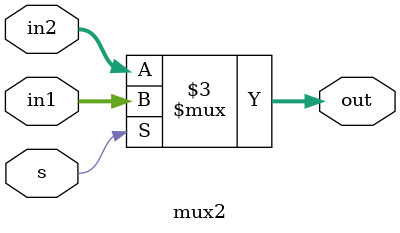
<source format=v>
module mux2(input [15:0] in1,in2, 
			input s,
			output reg [15:0] out);
	
	always@(*)
		if (s)
			out = in1;
		else
			out = in2;
endmodule
// ACTION LOG
// ACTION     DATE     USER
// ----------------------------
// COMPILE01  4-18-21  PAYNE
//
// ----------------------------

</source>
